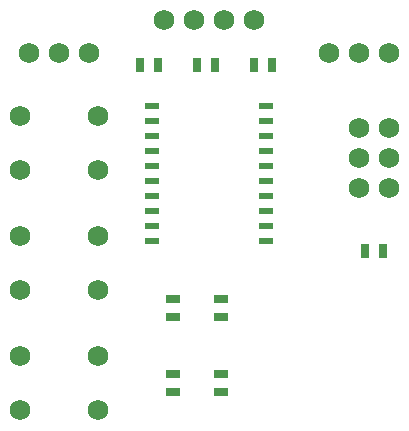
<source format=gts>
G04 (created by PCBNEW (2013-may-18)-stable) date Fri 29 Jul 2016 08:50:58 PM PDT*
%MOIN*%
G04 Gerber Fmt 3.4, Leading zero omitted, Abs format*
%FSLAX34Y34*%
G01*
G70*
G90*
G04 APERTURE LIST*
%ADD10C,0.00590551*%
%ADD11R,0.05X0.02*%
%ADD12R,0.025X0.045*%
%ADD13C,0.0688976*%
%ADD14R,0.045X0.025*%
G04 APERTURE END LIST*
G54D10*
G54D11*
X41900Y-27250D03*
X41900Y-26750D03*
X41900Y-26250D03*
X41900Y-25750D03*
X41900Y-25250D03*
X41900Y-24750D03*
X41900Y-24250D03*
X41900Y-23750D03*
X41900Y-23250D03*
X41900Y-22750D03*
X38100Y-22750D03*
X38100Y-23250D03*
X38100Y-23750D03*
X38100Y-24250D03*
X38100Y-24750D03*
X38100Y-25250D03*
X38100Y-25750D03*
X38100Y-26250D03*
X38100Y-26750D03*
X38100Y-27250D03*
G54D12*
X37700Y-21400D03*
X38300Y-21400D03*
X39600Y-21400D03*
X40200Y-21400D03*
X41500Y-21400D03*
X42100Y-21400D03*
X45800Y-27600D03*
X45200Y-27600D03*
G54D13*
X45000Y-24500D03*
X46000Y-24500D03*
X46000Y-23500D03*
X45000Y-23500D03*
X45000Y-25500D03*
X46000Y-25500D03*
X33700Y-31100D03*
X36300Y-31100D03*
X36300Y-32900D03*
X33700Y-32900D03*
X33700Y-27100D03*
X36300Y-27100D03*
X36300Y-28900D03*
X33700Y-28900D03*
X33700Y-23100D03*
X36300Y-23100D03*
X36300Y-24900D03*
X33700Y-24900D03*
X45000Y-21000D03*
X46000Y-21000D03*
X44000Y-21000D03*
X35000Y-21000D03*
X36000Y-21000D03*
X34000Y-21000D03*
X41500Y-19900D03*
X40500Y-19900D03*
X39500Y-19900D03*
X38500Y-19900D03*
G54D14*
X40400Y-31700D03*
X40400Y-32300D03*
X38800Y-31700D03*
X38800Y-32300D03*
X40400Y-29800D03*
X40400Y-29200D03*
X38800Y-29800D03*
X38800Y-29200D03*
M02*

</source>
